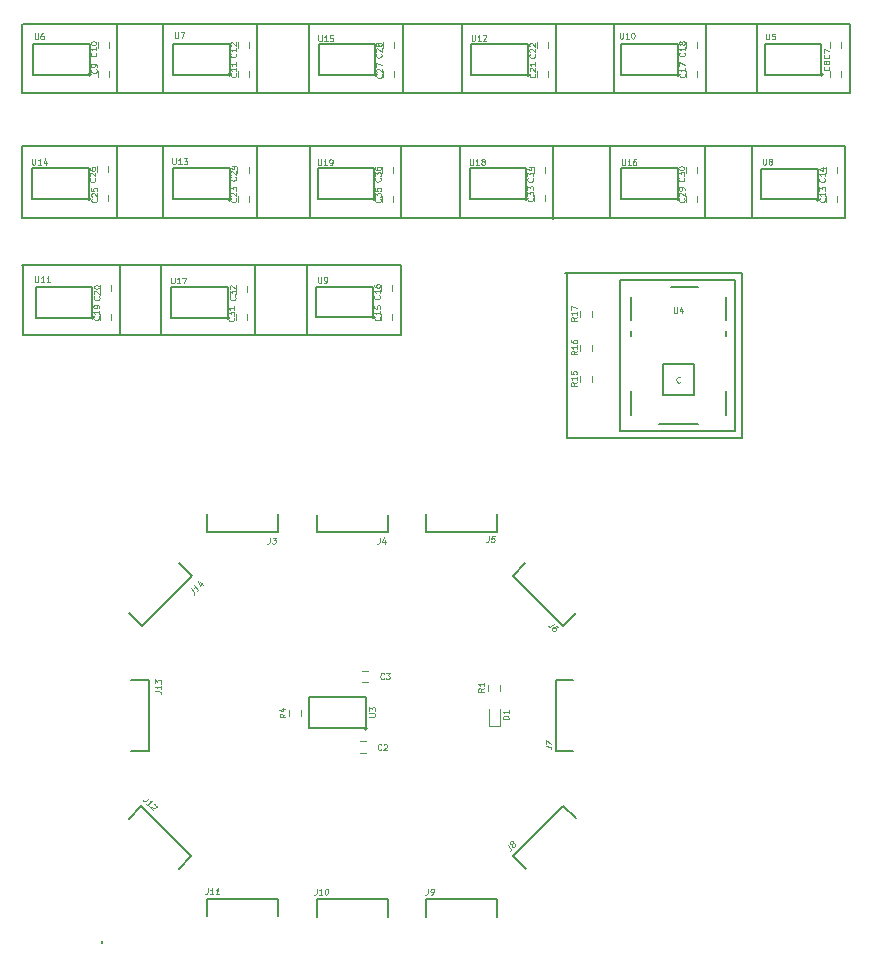
<source format=gto>
G04 #@! TF.FileFunction,Legend,Top*
%FSLAX46Y46*%
G04 Gerber Fmt 4.6, Leading zero omitted, Abs format (unit mm)*
G04 Created by KiCad (PCBNEW 4.0.7-e2-6376~58~ubuntu16.04.1) date Fri Aug  3 16:41:56 2018*
%MOMM*%
%LPD*%
G01*
G04 APERTURE LIST*
%ADD10C,0.100000*%
%ADD11C,0.200000*%
%ADD12C,0.150000*%
%ADD13C,0.120000*%
G04 APERTURE END LIST*
D10*
D11*
X156780000Y-83230000D02*
X156780000Y-69250000D01*
X171590000Y-83230000D02*
X156780000Y-83230000D01*
X171590000Y-69250000D02*
X171590000Y-83230000D01*
X156610000Y-69250000D02*
X171590000Y-69250000D01*
X134740000Y-74510000D02*
X134720000Y-74510000D01*
X134740000Y-68560000D02*
X134740000Y-74510000D01*
X130350000Y-74530000D02*
X130370000Y-74530000D01*
X130350000Y-68560000D02*
X130350000Y-74530000D01*
X122410000Y-74450000D02*
X122510000Y-74450000D01*
X122410000Y-68540000D02*
X122410000Y-74450000D01*
X118940000Y-68590000D02*
X118930000Y-68590000D01*
X118940000Y-74460000D02*
X118940000Y-68590000D01*
X110720000Y-74520000D02*
X110720000Y-68560000D01*
X142710000Y-74520000D02*
X110720000Y-74520000D01*
X142710000Y-68560000D02*
X142710000Y-74520000D01*
X110640000Y-68560000D02*
X142710000Y-68560000D01*
X172440000Y-58510000D02*
X172440000Y-64630000D01*
X168480000Y-64590000D02*
X168520000Y-64590000D01*
X168480000Y-58550000D02*
X168480000Y-64590000D01*
X160450000Y-64590000D02*
X160510000Y-64590000D01*
X160450000Y-58510000D02*
X160450000Y-64590000D01*
X155600000Y-58490000D02*
X155600000Y-64660000D01*
X147690000Y-64650000D02*
X147660000Y-64650000D01*
X147690000Y-58520000D02*
X147690000Y-64650000D01*
X142770000Y-64590000D02*
X142780000Y-64590000D01*
X142770000Y-58520000D02*
X142770000Y-64590000D01*
X134990000Y-58520000D02*
X135010000Y-58520000D01*
X134990000Y-64600000D02*
X134990000Y-58520000D01*
X130520000Y-64640000D02*
X130540000Y-64640000D01*
X130520000Y-58500000D02*
X130520000Y-64640000D01*
X122610000Y-64620000D02*
X122610000Y-58540000D01*
X118670000Y-58520000D02*
X118670000Y-64640000D01*
X110640000Y-64630000D02*
X110650000Y-64630000D01*
X110640000Y-58530000D02*
X110640000Y-64630000D01*
X180300000Y-58530000D02*
X110640000Y-58530000D01*
X180300000Y-64630000D02*
X180300000Y-58530000D01*
X110670000Y-64630000D02*
X180300000Y-64630000D01*
X172860000Y-48170000D02*
X172860000Y-54010000D01*
X168560000Y-54060000D02*
X168590000Y-54060000D01*
X168560000Y-48170000D02*
X168560000Y-54060000D01*
X160740000Y-54060000D02*
X160790000Y-54060000D01*
X160740000Y-48200000D02*
X160740000Y-54060000D01*
X155820000Y-48170000D02*
X155820000Y-54060000D01*
X147890000Y-48200000D02*
X147890000Y-54010000D01*
X142910000Y-54010000D02*
X142890000Y-54010000D01*
X142910000Y-48310000D02*
X142910000Y-54010000D01*
X134950000Y-48170000D02*
X134950000Y-54060000D01*
X130540000Y-54040000D02*
X130560000Y-54040000D01*
X130540000Y-48170000D02*
X130540000Y-54040000D01*
X122600000Y-48170000D02*
X122600000Y-54040000D01*
X118680000Y-48210000D02*
X118690000Y-48210000D01*
X118680000Y-54040000D02*
X118680000Y-48210000D01*
X110660000Y-48210000D02*
X110670000Y-48210000D01*
X110640000Y-48190000D02*
X110660000Y-48210000D01*
X110640000Y-54030000D02*
X110640000Y-48190000D01*
X180710000Y-54030000D02*
X110640000Y-54030000D01*
X180710000Y-48200000D02*
X180710000Y-54030000D01*
X110720000Y-48200000D02*
X180710000Y-48200000D01*
X117410000Y-125850000D02*
X117410000Y-125980000D01*
D12*
X126330000Y-89690000D02*
X126330000Y-91190000D01*
X126330000Y-91190000D02*
X132330000Y-91190000D01*
X132330000Y-91190000D02*
X132330000Y-89690000D01*
X135610000Y-89720000D02*
X135610000Y-91220000D01*
X135610000Y-91220000D02*
X141610000Y-91220000D01*
X141610000Y-91220000D02*
X141610000Y-89720000D01*
X144880000Y-89700000D02*
X144880000Y-91200000D01*
X144880000Y-91200000D02*
X150880000Y-91200000D01*
X150880000Y-91200000D02*
X150880000Y-89700000D01*
X150890000Y-123800000D02*
X150890000Y-122300000D01*
X150890000Y-122300000D02*
X144890000Y-122300000D01*
X144890000Y-122300000D02*
X144890000Y-123800000D01*
X132320000Y-123740000D02*
X132320000Y-122240000D01*
X132320000Y-122240000D02*
X126320000Y-122240000D01*
X126320000Y-122240000D02*
X126320000Y-123740000D01*
X139867475Y-107810000D02*
G75*
G03X139867475Y-107810000I-127475J0D01*
G01*
X138940000Y-107810000D02*
X134940000Y-107810000D01*
X134940000Y-107810000D02*
X134940000Y-105210000D01*
X134940000Y-105210000D02*
X139740000Y-105210000D01*
X139740000Y-105210000D02*
X139740000Y-107810000D01*
X139740000Y-107810000D02*
X138940000Y-107810000D01*
X153272944Y-93834416D02*
X152212284Y-94895076D01*
X152212284Y-94895076D02*
X156454924Y-99137716D01*
X156454924Y-99137716D02*
X157515584Y-98077056D01*
X157320000Y-103750000D02*
X155820000Y-103750000D01*
X155820000Y-103750000D02*
X155820000Y-109750000D01*
X155820000Y-109750000D02*
X157320000Y-109750000D01*
X119860000Y-109760000D02*
X121360000Y-109760000D01*
X121360000Y-109760000D02*
X121360000Y-103760000D01*
X121360000Y-103760000D02*
X119860000Y-103760000D01*
X141600000Y-123800000D02*
X141600000Y-122300000D01*
X141600000Y-122300000D02*
X135600000Y-122300000D01*
X135600000Y-122300000D02*
X135600000Y-123800000D01*
X123927056Y-119725584D02*
X124987716Y-118664924D01*
X124987716Y-118664924D02*
X120745076Y-114422284D01*
X120745076Y-114422284D02*
X119684416Y-115482944D01*
X157535584Y-115452944D02*
X156474924Y-114392284D01*
X156474924Y-114392284D02*
X152232284Y-118634924D01*
X152232284Y-118634924D02*
X153292944Y-119695584D01*
X119704416Y-98067056D02*
X120765076Y-99127716D01*
X120765076Y-99127716D02*
X125007716Y-94885076D01*
X125007716Y-94885076D02*
X123947056Y-93824416D01*
D13*
X139750000Y-108930000D02*
X139250000Y-108930000D01*
X139250000Y-109870000D02*
X139750000Y-109870000D01*
X139450000Y-103895000D02*
X139950000Y-103895000D01*
X139950000Y-102955000D02*
X139450000Y-102955000D01*
X150175000Y-107650000D02*
X151075000Y-107650000D01*
X151075000Y-107650000D02*
X151075000Y-106200000D01*
X150175000Y-107650000D02*
X150175000Y-106200000D01*
X151155000Y-104650000D02*
X151155000Y-104150000D01*
X150095000Y-104150000D02*
X150095000Y-104650000D01*
X133220000Y-106250000D02*
X133220000Y-106750000D01*
X134280000Y-106750000D02*
X134280000Y-106250000D01*
X158940000Y-78475000D02*
X158940000Y-77975000D01*
X157880000Y-77975000D02*
X157880000Y-78475000D01*
X158940000Y-75875000D02*
X158940000Y-75375000D01*
X157880000Y-75375000D02*
X157880000Y-75875000D01*
X158940000Y-72975000D02*
X158940000Y-72475000D01*
X157880000Y-72475000D02*
X157880000Y-72975000D01*
D12*
X166210000Y-82075000D02*
X164560000Y-82075000D01*
X166210000Y-82075000D02*
X167860000Y-82075000D01*
X166210000Y-70475000D02*
X167860000Y-70475000D01*
X166210000Y-70475000D02*
X165560000Y-70475000D01*
X170210000Y-79275000D02*
X170210000Y-79225000D01*
X170210000Y-79275000D02*
X170210000Y-81275000D01*
X162210000Y-79225000D02*
X162210000Y-81275000D01*
X170260000Y-74525000D02*
X170260000Y-74575000D01*
X170260000Y-74175000D02*
X170260000Y-74525000D01*
X170210000Y-73175000D02*
X170210000Y-73275000D01*
X170210000Y-71375000D02*
X170210000Y-71275000D01*
X162210000Y-71375000D02*
X162210000Y-71275000D01*
X162210000Y-73175000D02*
X162210000Y-73275000D01*
X162210000Y-74525000D02*
X162210000Y-74575000D01*
X162210000Y-74175000D02*
X162210000Y-74525000D01*
X170210000Y-71475000D02*
X170210000Y-71375000D01*
X162210000Y-71475000D02*
X162210000Y-71375000D01*
X166210000Y-76975000D02*
X167510000Y-76975000D01*
X167510000Y-76975000D02*
X167510000Y-79575000D01*
X167510000Y-79575000D02*
X164910000Y-79575000D01*
X164910000Y-79575000D02*
X164910000Y-76975000D01*
X164910000Y-76975000D02*
X166210000Y-76975000D01*
X162210000Y-73175000D02*
X162210000Y-71475000D01*
X170210000Y-71475000D02*
X170210000Y-73175000D01*
X161510000Y-69875000D02*
X171010000Y-69875000D01*
X171010000Y-69875000D02*
X171010000Y-82675000D01*
X171010000Y-82675000D02*
X161310000Y-82675000D01*
X161310000Y-82675000D02*
X161310000Y-70175000D01*
X161310000Y-70175000D02*
X161310000Y-69875000D01*
X161310000Y-69875000D02*
X161510000Y-69875000D01*
D13*
X179955000Y-50220000D02*
X179955000Y-49720000D01*
X179015000Y-49720000D02*
X179015000Y-50220000D01*
X179015000Y-52170000D02*
X179015000Y-52670000D01*
X179955000Y-52670000D02*
X179955000Y-52170000D01*
X117045000Y-52175000D02*
X117045000Y-52675000D01*
X117985000Y-52675000D02*
X117985000Y-52175000D01*
X117985000Y-50200000D02*
X117985000Y-49700000D01*
X117045000Y-49700000D02*
X117045000Y-50200000D01*
D12*
X178462475Y-52470000D02*
G75*
G03X178462475Y-52470000I-127475J0D01*
G01*
X177535000Y-52470000D02*
X173535000Y-52470000D01*
X173535000Y-52470000D02*
X173535000Y-49870000D01*
X173535000Y-49870000D02*
X178335000Y-49870000D01*
X178335000Y-49870000D02*
X178335000Y-52470000D01*
X178335000Y-52470000D02*
X177535000Y-52470000D01*
X116492475Y-52475000D02*
G75*
G03X116492475Y-52475000I-127475J0D01*
G01*
X115565000Y-52475000D02*
X111565000Y-52475000D01*
X111565000Y-52475000D02*
X111565000Y-49875000D01*
X111565000Y-49875000D02*
X116365000Y-49875000D01*
X116365000Y-49875000D02*
X116365000Y-52475000D01*
X116365000Y-52475000D02*
X115565000Y-52475000D01*
D13*
X128925000Y-52175000D02*
X128925000Y-52675000D01*
X129865000Y-52675000D02*
X129865000Y-52175000D01*
X129865000Y-50225000D02*
X129865000Y-49725000D01*
X128925000Y-49725000D02*
X128925000Y-50225000D01*
X178685000Y-62745000D02*
X178685000Y-63245000D01*
X179625000Y-63245000D02*
X179625000Y-62745000D01*
X179625000Y-60795000D02*
X179625000Y-60295000D01*
X178685000Y-60295000D02*
X178685000Y-60795000D01*
X141045000Y-72735000D02*
X141045000Y-73235000D01*
X141985000Y-73235000D02*
X141985000Y-72735000D01*
X141985000Y-70785000D02*
X141985000Y-70285000D01*
X141045000Y-70285000D02*
X141045000Y-70785000D01*
D12*
X128372475Y-52475000D02*
G75*
G03X128372475Y-52475000I-127475J0D01*
G01*
X127445000Y-52475000D02*
X123445000Y-52475000D01*
X123445000Y-52475000D02*
X123445000Y-49875000D01*
X123445000Y-49875000D02*
X128245000Y-49875000D01*
X128245000Y-49875000D02*
X128245000Y-52475000D01*
X128245000Y-52475000D02*
X127445000Y-52475000D01*
X178132475Y-63045000D02*
G75*
G03X178132475Y-63045000I-127475J0D01*
G01*
X177205000Y-63045000D02*
X173205000Y-63045000D01*
X173205000Y-63045000D02*
X173205000Y-60445000D01*
X173205000Y-60445000D02*
X178005000Y-60445000D01*
X178005000Y-60445000D02*
X178005000Y-63045000D01*
X178005000Y-63045000D02*
X177205000Y-63045000D01*
X140492475Y-73035000D02*
G75*
G03X140492475Y-73035000I-127475J0D01*
G01*
X139565000Y-73035000D02*
X135565000Y-73035000D01*
X135565000Y-73035000D02*
X135565000Y-70435000D01*
X135565000Y-70435000D02*
X140365000Y-70435000D01*
X140365000Y-70435000D02*
X140365000Y-73035000D01*
X140365000Y-73035000D02*
X139565000Y-73035000D01*
D13*
X166870000Y-52170000D02*
X166870000Y-52670000D01*
X167810000Y-52670000D02*
X167810000Y-52170000D01*
X167810000Y-50220000D02*
X167810000Y-49720000D01*
X166870000Y-49720000D02*
X166870000Y-50220000D01*
D12*
X166317475Y-52470000D02*
G75*
G03X166317475Y-52470000I-127475J0D01*
G01*
X165390000Y-52470000D02*
X161390000Y-52470000D01*
X161390000Y-52470000D02*
X161390000Y-49870000D01*
X161390000Y-49870000D02*
X166190000Y-49870000D01*
X166190000Y-49870000D02*
X166190000Y-52470000D01*
X166190000Y-52470000D02*
X165390000Y-52470000D01*
D13*
X117250000Y-72740000D02*
X117250000Y-73240000D01*
X118190000Y-73240000D02*
X118190000Y-72740000D01*
X118190000Y-70820000D02*
X118190000Y-70320000D01*
X117250000Y-70320000D02*
X117250000Y-70820000D01*
X154210000Y-52210000D02*
X154210000Y-52710000D01*
X155150000Y-52710000D02*
X155150000Y-52210000D01*
X155150000Y-50240000D02*
X155150000Y-49740000D01*
X154210000Y-49740000D02*
X154210000Y-50240000D01*
X128900000Y-62730000D02*
X128900000Y-63230000D01*
X129840000Y-63230000D02*
X129840000Y-62730000D01*
X129830000Y-60800000D02*
X129830000Y-60300000D01*
X128890000Y-60300000D02*
X128890000Y-60800000D01*
X116970000Y-62700000D02*
X116970000Y-63200000D01*
X117910000Y-63200000D02*
X117910000Y-62700000D01*
X117910000Y-60750000D02*
X117910000Y-60250000D01*
X116970000Y-60250000D02*
X116970000Y-60750000D01*
X141220000Y-52180000D02*
X141220000Y-52680000D01*
X142160000Y-52680000D02*
X142160000Y-52180000D01*
X142160000Y-50210000D02*
X142160000Y-49710000D01*
X141220000Y-49710000D02*
X141220000Y-50210000D01*
X166850000Y-62730000D02*
X166850000Y-63230000D01*
X167790000Y-63230000D02*
X167790000Y-62730000D01*
X167790000Y-60780000D02*
X167790000Y-60280000D01*
X166850000Y-60280000D02*
X166850000Y-60780000D01*
X128770000Y-72780000D02*
X128770000Y-73280000D01*
X129710000Y-73280000D02*
X129710000Y-72780000D01*
X129710000Y-70840000D02*
X129710000Y-70340000D01*
X128770000Y-70340000D02*
X128770000Y-70840000D01*
X154010000Y-62700000D02*
X154010000Y-63200000D01*
X154950000Y-63200000D02*
X154950000Y-62700000D01*
X154950000Y-60780000D02*
X154950000Y-60280000D01*
X154010000Y-60280000D02*
X154010000Y-60780000D01*
X141140000Y-62750000D02*
X141140000Y-63250000D01*
X142080000Y-63250000D02*
X142080000Y-62750000D01*
X142090000Y-60800000D02*
X142090000Y-60300000D01*
X141150000Y-60300000D02*
X141150000Y-60800000D01*
D12*
X116717475Y-73045000D02*
G75*
G03X116717475Y-73045000I-127475J0D01*
G01*
X115790000Y-73045000D02*
X111790000Y-73045000D01*
X111790000Y-73045000D02*
X111790000Y-70445000D01*
X111790000Y-70445000D02*
X116590000Y-70445000D01*
X116590000Y-70445000D02*
X116590000Y-73045000D01*
X116590000Y-73045000D02*
X115790000Y-73045000D01*
X153627475Y-52480000D02*
G75*
G03X153627475Y-52480000I-127475J0D01*
G01*
X152700000Y-52480000D02*
X148700000Y-52480000D01*
X148700000Y-52480000D02*
X148700000Y-49880000D01*
X148700000Y-49880000D02*
X153500000Y-49880000D01*
X153500000Y-49880000D02*
X153500000Y-52480000D01*
X153500000Y-52480000D02*
X152700000Y-52480000D01*
X128347475Y-63020000D02*
G75*
G03X128347475Y-63020000I-127475J0D01*
G01*
X127420000Y-63020000D02*
X123420000Y-63020000D01*
X123420000Y-63020000D02*
X123420000Y-60420000D01*
X123420000Y-60420000D02*
X128220000Y-60420000D01*
X128220000Y-60420000D02*
X128220000Y-63020000D01*
X128220000Y-63020000D02*
X127420000Y-63020000D01*
X116437475Y-62995000D02*
G75*
G03X116437475Y-62995000I-127475J0D01*
G01*
X115510000Y-62995000D02*
X111510000Y-62995000D01*
X111510000Y-62995000D02*
X111510000Y-60395000D01*
X111510000Y-60395000D02*
X116310000Y-60395000D01*
X116310000Y-60395000D02*
X116310000Y-62995000D01*
X116310000Y-62995000D02*
X115510000Y-62995000D01*
X140687475Y-52490000D02*
G75*
G03X140687475Y-52490000I-127475J0D01*
G01*
X139760000Y-52490000D02*
X135760000Y-52490000D01*
X135760000Y-52490000D02*
X135760000Y-49890000D01*
X135760000Y-49890000D02*
X140560000Y-49890000D01*
X140560000Y-49890000D02*
X140560000Y-52490000D01*
X140560000Y-52490000D02*
X139760000Y-52490000D01*
X166307475Y-63010000D02*
G75*
G03X166307475Y-63010000I-127475J0D01*
G01*
X165380000Y-63010000D02*
X161380000Y-63010000D01*
X161380000Y-63010000D02*
X161380000Y-60410000D01*
X161380000Y-60410000D02*
X166180000Y-60410000D01*
X166180000Y-60410000D02*
X166180000Y-63010000D01*
X166180000Y-63010000D02*
X165380000Y-63010000D01*
X128187475Y-73090000D02*
G75*
G03X128187475Y-73090000I-127475J0D01*
G01*
X127260000Y-73090000D02*
X123260000Y-73090000D01*
X123260000Y-73090000D02*
X123260000Y-70490000D01*
X123260000Y-70490000D02*
X128060000Y-70490000D01*
X128060000Y-70490000D02*
X128060000Y-73090000D01*
X128060000Y-73090000D02*
X127260000Y-73090000D01*
X153467475Y-63010000D02*
G75*
G03X153467475Y-63010000I-127475J0D01*
G01*
X152540000Y-63010000D02*
X148540000Y-63010000D01*
X148540000Y-63010000D02*
X148540000Y-60410000D01*
X148540000Y-60410000D02*
X153340000Y-60410000D01*
X153340000Y-60410000D02*
X153340000Y-63010000D01*
X153340000Y-63010000D02*
X152540000Y-63010000D01*
X140597475Y-63020000D02*
G75*
G03X140597475Y-63020000I-127475J0D01*
G01*
X139670000Y-63020000D02*
X135670000Y-63020000D01*
X135670000Y-63020000D02*
X135670000Y-60420000D01*
X135670000Y-60420000D02*
X140470000Y-60420000D01*
X140470000Y-60420000D02*
X140470000Y-63020000D01*
X140470000Y-63020000D02*
X139670000Y-63020000D01*
D10*
X131667560Y-91676190D02*
X131622917Y-92033333D01*
X131590179Y-92104762D01*
X131536607Y-92152381D01*
X131462203Y-92176190D01*
X131414584Y-92176190D01*
X131858036Y-91676190D02*
X132167559Y-91676190D01*
X131977084Y-91866667D01*
X132048512Y-91866667D01*
X132093155Y-91890476D01*
X132113988Y-91914286D01*
X132131845Y-91961905D01*
X132116964Y-92080952D01*
X132087203Y-92128571D01*
X132060416Y-92152381D01*
X132009821Y-92176190D01*
X131866964Y-92176190D01*
X131822321Y-92152381D01*
X131801489Y-92128571D01*
X140967560Y-91676190D02*
X140922917Y-92033333D01*
X140890179Y-92104762D01*
X140836607Y-92152381D01*
X140762203Y-92176190D01*
X140714584Y-92176190D01*
X141399107Y-91842857D02*
X141357440Y-92176190D01*
X141303869Y-91652381D02*
X141140179Y-92009524D01*
X141449703Y-92009524D01*
X150192560Y-91551190D02*
X150147917Y-91908333D01*
X150115179Y-91979762D01*
X150061607Y-92027381D01*
X149987203Y-92051190D01*
X149939584Y-92051190D01*
X150668750Y-91551190D02*
X150430655Y-91551190D01*
X150377083Y-91789286D01*
X150403870Y-91765476D01*
X150454465Y-91741667D01*
X150573512Y-91741667D01*
X150618155Y-91765476D01*
X150638988Y-91789286D01*
X150656845Y-91836905D01*
X150641964Y-91955952D01*
X150612203Y-92003571D01*
X150585416Y-92027381D01*
X150534821Y-92051190D01*
X150415774Y-92051190D01*
X150371131Y-92027381D01*
X150350298Y-92003571D01*
X145042560Y-121401190D02*
X144997917Y-121758333D01*
X144965179Y-121829762D01*
X144911607Y-121877381D01*
X144837203Y-121901190D01*
X144789584Y-121901190D01*
X145241964Y-121901190D02*
X145337202Y-121901190D01*
X145387797Y-121877381D01*
X145414584Y-121853571D01*
X145471131Y-121782143D01*
X145506845Y-121686905D01*
X145530654Y-121496429D01*
X145512798Y-121448810D01*
X145491964Y-121425000D01*
X145447321Y-121401190D01*
X145352083Y-121401190D01*
X145301488Y-121425000D01*
X145274703Y-121448810D01*
X145244940Y-121496429D01*
X145230060Y-121615476D01*
X145247917Y-121663095D01*
X145268750Y-121686905D01*
X145313393Y-121710714D01*
X145408631Y-121710714D01*
X145459226Y-121686905D01*
X145486012Y-121663095D01*
X145515774Y-121615476D01*
X126404465Y-121351190D02*
X126359822Y-121708333D01*
X126327084Y-121779762D01*
X126273512Y-121827381D01*
X126199108Y-121851190D01*
X126151489Y-121851190D01*
X126841964Y-121851190D02*
X126556250Y-121851190D01*
X126699107Y-121851190D02*
X126761607Y-121351190D01*
X126705060Y-121422619D01*
X126651488Y-121470238D01*
X126600893Y-121494048D01*
X127318154Y-121851190D02*
X127032440Y-121851190D01*
X127175297Y-121851190D02*
X127237797Y-121351190D01*
X127181250Y-121422619D01*
X127127678Y-121470238D01*
X127077083Y-121494048D01*
X140051190Y-106830952D02*
X140455952Y-106830952D01*
X140503571Y-106807143D01*
X140527381Y-106783333D01*
X140551190Y-106735714D01*
X140551190Y-106640476D01*
X140527381Y-106592857D01*
X140503571Y-106569048D01*
X140455952Y-106545238D01*
X140051190Y-106545238D01*
X140051190Y-106354761D02*
X140051190Y-106045238D01*
X140241667Y-106211904D01*
X140241667Y-106140476D01*
X140265476Y-106092857D01*
X140289286Y-106069047D01*
X140336905Y-106045238D01*
X140455952Y-106045238D01*
X140503571Y-106069047D01*
X140527381Y-106092857D01*
X140551190Y-106140476D01*
X140551190Y-106283333D01*
X140527381Y-106330952D01*
X140503571Y-106354761D01*
X155724963Y-98962738D02*
X155440857Y-99183709D01*
X155367200Y-99211067D01*
X155295647Y-99206858D01*
X155226200Y-99171082D01*
X155192528Y-99137410D01*
X156044844Y-99282619D02*
X155977500Y-99215275D01*
X155924888Y-99196336D01*
X155889112Y-99194232D01*
X155798619Y-99204754D01*
X155706022Y-99246843D01*
X155554499Y-99364694D01*
X155533455Y-99410993D01*
X155531349Y-99442560D01*
X155546081Y-99490963D01*
X155613424Y-99558306D01*
X155666036Y-99577247D01*
X155701813Y-99579352D01*
X155756529Y-99566724D01*
X155851231Y-99493068D01*
X155872276Y-99446769D01*
X155874381Y-99415202D01*
X155859649Y-99366799D01*
X155792305Y-99299456D01*
X155739694Y-99280515D01*
X155703917Y-99278411D01*
X155649200Y-99291038D01*
X154976190Y-109357440D02*
X155333333Y-109402083D01*
X155404762Y-109434821D01*
X155452381Y-109488393D01*
X155476190Y-109562797D01*
X155476190Y-109610416D01*
X154976190Y-109166964D02*
X154976190Y-108833631D01*
X155476190Y-109110417D01*
X121926190Y-104645535D02*
X122283333Y-104690178D01*
X122354762Y-104722916D01*
X122402381Y-104776488D01*
X122426190Y-104850892D01*
X122426190Y-104898511D01*
X122426190Y-104208036D02*
X122426190Y-104493750D01*
X122426190Y-104350893D02*
X121926190Y-104288393D01*
X121997619Y-104344940D01*
X122045238Y-104398512D01*
X122069048Y-104449107D01*
X121926190Y-103978869D02*
X121926190Y-103669346D01*
X122116667Y-103859821D01*
X122116667Y-103788393D01*
X122140476Y-103743750D01*
X122164286Y-103722917D01*
X122211905Y-103705060D01*
X122330952Y-103719941D01*
X122378571Y-103749702D01*
X122402381Y-103776489D01*
X122426190Y-103827084D01*
X122426190Y-103969941D01*
X122402381Y-104014584D01*
X122378571Y-104035416D01*
X135629465Y-121401190D02*
X135584822Y-121758333D01*
X135552084Y-121829762D01*
X135498512Y-121877381D01*
X135424108Y-121901190D01*
X135376489Y-121901190D01*
X136066964Y-121901190D02*
X135781250Y-121901190D01*
X135924107Y-121901190D02*
X135986607Y-121401190D01*
X135930060Y-121472619D01*
X135876488Y-121520238D01*
X135825893Y-121544048D01*
X136438988Y-121401190D02*
X136486607Y-121401190D01*
X136531250Y-121425000D01*
X136552083Y-121448810D01*
X136569940Y-121496429D01*
X136581845Y-121591667D01*
X136566964Y-121710714D01*
X136531250Y-121805952D01*
X136501488Y-121853571D01*
X136474702Y-121877381D01*
X136424107Y-121901190D01*
X136376488Y-121901190D01*
X136331845Y-121877381D01*
X136311012Y-121853571D01*
X136293155Y-121805952D01*
X136281250Y-121710714D01*
X136296131Y-121591667D01*
X136331845Y-121496429D01*
X136361607Y-121448810D01*
X136388393Y-121425000D01*
X136438988Y-121401190D01*
X121406605Y-113744379D02*
X121122499Y-113965350D01*
X121048842Y-113992709D01*
X120977289Y-113988499D01*
X120907842Y-113952723D01*
X120874171Y-113919052D01*
X121362410Y-114407291D02*
X121160380Y-114205261D01*
X121261395Y-114306276D02*
X121659143Y-113996917D01*
X121568650Y-114007440D01*
X121497097Y-114003231D01*
X121444485Y-113984291D01*
X121856964Y-114262083D02*
X121892740Y-114264187D01*
X121945353Y-114283127D01*
X122029532Y-114367306D01*
X122044263Y-114415709D01*
X122042158Y-114447277D01*
X122021113Y-114493575D01*
X121983232Y-114523038D01*
X121909577Y-114550397D01*
X121480262Y-114525143D01*
X121699127Y-114744008D01*
X151762738Y-117675036D02*
X151983709Y-117959142D01*
X152011067Y-118032799D01*
X152006858Y-118104352D01*
X151971082Y-118173799D01*
X151937410Y-118207471D01*
X152114187Y-117626633D02*
X152065784Y-117641365D01*
X152034217Y-117639260D01*
X151987917Y-117618216D01*
X151973186Y-117599276D01*
X151960560Y-117544559D01*
X151962664Y-117508783D01*
X151981604Y-117456171D01*
X152048947Y-117388827D01*
X152097351Y-117374096D01*
X152128919Y-117376200D01*
X152175217Y-117397246D01*
X152189948Y-117416186D01*
X152202575Y-117470902D01*
X152200471Y-117506678D01*
X152181530Y-117559290D01*
X152114187Y-117626633D01*
X152095246Y-117679246D01*
X152093142Y-117715022D01*
X152105769Y-117769738D01*
X152164694Y-117845500D01*
X152210993Y-117866544D01*
X152242560Y-117868650D01*
X152290963Y-117853918D01*
X152358306Y-117786575D01*
X152377247Y-117733963D01*
X152379352Y-117698186D01*
X152366724Y-117643470D01*
X152307799Y-117567708D01*
X152261501Y-117546663D01*
X152229933Y-117544560D01*
X152181530Y-117559290D01*
X124994379Y-95968395D02*
X125215350Y-96252501D01*
X125242709Y-96326158D01*
X125238499Y-96397711D01*
X125202723Y-96467158D01*
X125169052Y-96500829D01*
X125657291Y-96012590D02*
X125455261Y-96214620D01*
X125556276Y-96113605D02*
X125246917Y-95715857D01*
X125257440Y-95806350D01*
X125253231Y-95877903D01*
X125234291Y-95930515D01*
X125754098Y-95444379D02*
X125960337Y-95709544D01*
X125552067Y-95377036D02*
X125688859Y-95745320D01*
X125907726Y-95526454D01*
X141066667Y-109603571D02*
X141042857Y-109627381D01*
X140971429Y-109651190D01*
X140923810Y-109651190D01*
X140852381Y-109627381D01*
X140804762Y-109579762D01*
X140780953Y-109532143D01*
X140757143Y-109436905D01*
X140757143Y-109365476D01*
X140780953Y-109270238D01*
X140804762Y-109222619D01*
X140852381Y-109175000D01*
X140923810Y-109151190D01*
X140971429Y-109151190D01*
X141042857Y-109175000D01*
X141066667Y-109198810D01*
X141257143Y-109198810D02*
X141280953Y-109175000D01*
X141328572Y-109151190D01*
X141447619Y-109151190D01*
X141495238Y-109175000D01*
X141519048Y-109198810D01*
X141542857Y-109246429D01*
X141542857Y-109294048D01*
X141519048Y-109365476D01*
X141233334Y-109651190D01*
X141542857Y-109651190D01*
X141291667Y-103603571D02*
X141267857Y-103627381D01*
X141196429Y-103651190D01*
X141148810Y-103651190D01*
X141077381Y-103627381D01*
X141029762Y-103579762D01*
X141005953Y-103532143D01*
X140982143Y-103436905D01*
X140982143Y-103365476D01*
X141005953Y-103270238D01*
X141029762Y-103222619D01*
X141077381Y-103175000D01*
X141148810Y-103151190D01*
X141196429Y-103151190D01*
X141267857Y-103175000D01*
X141291667Y-103198810D01*
X141458334Y-103151190D02*
X141767857Y-103151190D01*
X141601191Y-103341667D01*
X141672619Y-103341667D01*
X141720238Y-103365476D01*
X141744048Y-103389286D01*
X141767857Y-103436905D01*
X141767857Y-103555952D01*
X141744048Y-103603571D01*
X141720238Y-103627381D01*
X141672619Y-103651190D01*
X141529762Y-103651190D01*
X141482143Y-103627381D01*
X141458334Y-103603571D01*
X151851190Y-107044047D02*
X151351190Y-107044047D01*
X151351190Y-106925000D01*
X151375000Y-106853571D01*
X151422619Y-106805952D01*
X151470238Y-106782143D01*
X151565476Y-106758333D01*
X151636905Y-106758333D01*
X151732143Y-106782143D01*
X151779762Y-106805952D01*
X151827381Y-106853571D01*
X151851190Y-106925000D01*
X151851190Y-107044047D01*
X151851190Y-106282143D02*
X151851190Y-106567857D01*
X151851190Y-106425000D02*
X151351190Y-106425000D01*
X151422619Y-106472619D01*
X151470238Y-106520238D01*
X151494048Y-106567857D01*
X149776190Y-104433333D02*
X149538095Y-104600000D01*
X149776190Y-104719047D02*
X149276190Y-104719047D01*
X149276190Y-104528571D01*
X149300000Y-104480952D01*
X149323810Y-104457143D01*
X149371429Y-104433333D01*
X149442857Y-104433333D01*
X149490476Y-104457143D01*
X149514286Y-104480952D01*
X149538095Y-104528571D01*
X149538095Y-104719047D01*
X149776190Y-103957143D02*
X149776190Y-104242857D01*
X149776190Y-104100000D02*
X149276190Y-104100000D01*
X149347619Y-104147619D01*
X149395238Y-104195238D01*
X149419048Y-104242857D01*
X132951190Y-106583333D02*
X132713095Y-106750000D01*
X132951190Y-106869047D02*
X132451190Y-106869047D01*
X132451190Y-106678571D01*
X132475000Y-106630952D01*
X132498810Y-106607143D01*
X132546429Y-106583333D01*
X132617857Y-106583333D01*
X132665476Y-106607143D01*
X132689286Y-106630952D01*
X132713095Y-106678571D01*
X132713095Y-106869047D01*
X132617857Y-106154762D02*
X132951190Y-106154762D01*
X132427381Y-106273809D02*
X132784524Y-106392857D01*
X132784524Y-106083333D01*
X157611190Y-78521428D02*
X157373095Y-78688095D01*
X157611190Y-78807142D02*
X157111190Y-78807142D01*
X157111190Y-78616666D01*
X157135000Y-78569047D01*
X157158810Y-78545238D01*
X157206429Y-78521428D01*
X157277857Y-78521428D01*
X157325476Y-78545238D01*
X157349286Y-78569047D01*
X157373095Y-78616666D01*
X157373095Y-78807142D01*
X157611190Y-78045238D02*
X157611190Y-78330952D01*
X157611190Y-78188095D02*
X157111190Y-78188095D01*
X157182619Y-78235714D01*
X157230238Y-78283333D01*
X157254048Y-78330952D01*
X157111190Y-77592857D02*
X157111190Y-77830952D01*
X157349286Y-77854762D01*
X157325476Y-77830952D01*
X157301667Y-77783333D01*
X157301667Y-77664286D01*
X157325476Y-77616667D01*
X157349286Y-77592857D01*
X157396905Y-77569048D01*
X157515952Y-77569048D01*
X157563571Y-77592857D01*
X157587381Y-77616667D01*
X157611190Y-77664286D01*
X157611190Y-77783333D01*
X157587381Y-77830952D01*
X157563571Y-77854762D01*
X157636190Y-75871428D02*
X157398095Y-76038095D01*
X157636190Y-76157142D02*
X157136190Y-76157142D01*
X157136190Y-75966666D01*
X157160000Y-75919047D01*
X157183810Y-75895238D01*
X157231429Y-75871428D01*
X157302857Y-75871428D01*
X157350476Y-75895238D01*
X157374286Y-75919047D01*
X157398095Y-75966666D01*
X157398095Y-76157142D01*
X157636190Y-75395238D02*
X157636190Y-75680952D01*
X157636190Y-75538095D02*
X157136190Y-75538095D01*
X157207619Y-75585714D01*
X157255238Y-75633333D01*
X157279048Y-75680952D01*
X157136190Y-74966667D02*
X157136190Y-75061905D01*
X157160000Y-75109524D01*
X157183810Y-75133333D01*
X157255238Y-75180952D01*
X157350476Y-75204762D01*
X157540952Y-75204762D01*
X157588571Y-75180952D01*
X157612381Y-75157143D01*
X157636190Y-75109524D01*
X157636190Y-75014286D01*
X157612381Y-74966667D01*
X157588571Y-74942857D01*
X157540952Y-74919048D01*
X157421905Y-74919048D01*
X157374286Y-74942857D01*
X157350476Y-74966667D01*
X157326667Y-75014286D01*
X157326667Y-75109524D01*
X157350476Y-75157143D01*
X157374286Y-75180952D01*
X157421905Y-75204762D01*
X157611190Y-73021428D02*
X157373095Y-73188095D01*
X157611190Y-73307142D02*
X157111190Y-73307142D01*
X157111190Y-73116666D01*
X157135000Y-73069047D01*
X157158810Y-73045238D01*
X157206429Y-73021428D01*
X157277857Y-73021428D01*
X157325476Y-73045238D01*
X157349286Y-73069047D01*
X157373095Y-73116666D01*
X157373095Y-73307142D01*
X157611190Y-72545238D02*
X157611190Y-72830952D01*
X157611190Y-72688095D02*
X157111190Y-72688095D01*
X157182619Y-72735714D01*
X157230238Y-72783333D01*
X157254048Y-72830952D01*
X157111190Y-72378571D02*
X157111190Y-72045238D01*
X157611190Y-72259524D01*
X165829048Y-72151190D02*
X165829048Y-72555952D01*
X165852857Y-72603571D01*
X165876667Y-72627381D01*
X165924286Y-72651190D01*
X166019524Y-72651190D01*
X166067143Y-72627381D01*
X166090952Y-72603571D01*
X166114762Y-72555952D01*
X166114762Y-72151190D01*
X166567143Y-72317857D02*
X166567143Y-72651190D01*
X166448096Y-72127381D02*
X166329048Y-72484524D01*
X166638572Y-72484524D01*
X166364762Y-78503571D02*
X166340952Y-78527381D01*
X166269524Y-78551190D01*
X166221905Y-78551190D01*
X166150476Y-78527381D01*
X166102857Y-78479762D01*
X166079048Y-78432143D01*
X166055238Y-78336905D01*
X166055238Y-78265476D01*
X166079048Y-78170238D01*
X166102857Y-78122619D01*
X166150476Y-78075000D01*
X166221905Y-78051190D01*
X166269524Y-78051190D01*
X166340952Y-78075000D01*
X166364762Y-78098810D01*
X178963571Y-50778333D02*
X178987381Y-50802143D01*
X179011190Y-50873571D01*
X179011190Y-50921190D01*
X178987381Y-50992619D01*
X178939762Y-51040238D01*
X178892143Y-51064047D01*
X178796905Y-51087857D01*
X178725476Y-51087857D01*
X178630238Y-51064047D01*
X178582619Y-51040238D01*
X178535000Y-50992619D01*
X178511190Y-50921190D01*
X178511190Y-50873571D01*
X178535000Y-50802143D01*
X178558810Y-50778333D01*
X178511190Y-50611666D02*
X178511190Y-50278333D01*
X179011190Y-50492619D01*
X178963571Y-51803333D02*
X178987381Y-51827143D01*
X179011190Y-51898571D01*
X179011190Y-51946190D01*
X178987381Y-52017619D01*
X178939762Y-52065238D01*
X178892143Y-52089047D01*
X178796905Y-52112857D01*
X178725476Y-52112857D01*
X178630238Y-52089047D01*
X178582619Y-52065238D01*
X178535000Y-52017619D01*
X178511190Y-51946190D01*
X178511190Y-51898571D01*
X178535000Y-51827143D01*
X178558810Y-51803333D01*
X178725476Y-51517619D02*
X178701667Y-51565238D01*
X178677857Y-51589047D01*
X178630238Y-51612857D01*
X178606429Y-51612857D01*
X178558810Y-51589047D01*
X178535000Y-51565238D01*
X178511190Y-51517619D01*
X178511190Y-51422381D01*
X178535000Y-51374762D01*
X178558810Y-51350952D01*
X178606429Y-51327143D01*
X178630238Y-51327143D01*
X178677857Y-51350952D01*
X178701667Y-51374762D01*
X178725476Y-51422381D01*
X178725476Y-51517619D01*
X178749286Y-51565238D01*
X178773095Y-51589047D01*
X178820714Y-51612857D01*
X178915952Y-51612857D01*
X178963571Y-51589047D01*
X178987381Y-51565238D01*
X179011190Y-51517619D01*
X179011190Y-51422381D01*
X178987381Y-51374762D01*
X178963571Y-51350952D01*
X178915952Y-51327143D01*
X178820714Y-51327143D01*
X178773095Y-51350952D01*
X178749286Y-51374762D01*
X178725476Y-51422381D01*
X116948571Y-52033333D02*
X116972381Y-52057143D01*
X116996190Y-52128571D01*
X116996190Y-52176190D01*
X116972381Y-52247619D01*
X116924762Y-52295238D01*
X116877143Y-52319047D01*
X116781905Y-52342857D01*
X116710476Y-52342857D01*
X116615238Y-52319047D01*
X116567619Y-52295238D01*
X116520000Y-52247619D01*
X116496190Y-52176190D01*
X116496190Y-52128571D01*
X116520000Y-52057143D01*
X116543810Y-52033333D01*
X116996190Y-51795238D02*
X116996190Y-51700000D01*
X116972381Y-51652381D01*
X116948571Y-51628571D01*
X116877143Y-51580952D01*
X116781905Y-51557143D01*
X116591429Y-51557143D01*
X116543810Y-51580952D01*
X116520000Y-51604762D01*
X116496190Y-51652381D01*
X116496190Y-51747619D01*
X116520000Y-51795238D01*
X116543810Y-51819047D01*
X116591429Y-51842857D01*
X116710476Y-51842857D01*
X116758095Y-51819047D01*
X116781905Y-51795238D01*
X116805714Y-51747619D01*
X116805714Y-51652381D01*
X116781905Y-51604762D01*
X116758095Y-51580952D01*
X116710476Y-51557143D01*
X116898571Y-50621428D02*
X116922381Y-50645238D01*
X116946190Y-50716666D01*
X116946190Y-50764285D01*
X116922381Y-50835714D01*
X116874762Y-50883333D01*
X116827143Y-50907142D01*
X116731905Y-50930952D01*
X116660476Y-50930952D01*
X116565238Y-50907142D01*
X116517619Y-50883333D01*
X116470000Y-50835714D01*
X116446190Y-50764285D01*
X116446190Y-50716666D01*
X116470000Y-50645238D01*
X116493810Y-50621428D01*
X116946190Y-50145238D02*
X116946190Y-50430952D01*
X116946190Y-50288095D02*
X116446190Y-50288095D01*
X116517619Y-50335714D01*
X116565238Y-50383333D01*
X116589048Y-50430952D01*
X116446190Y-49835714D02*
X116446190Y-49788095D01*
X116470000Y-49740476D01*
X116493810Y-49716667D01*
X116541429Y-49692857D01*
X116636667Y-49669048D01*
X116755714Y-49669048D01*
X116850952Y-49692857D01*
X116898571Y-49716667D01*
X116922381Y-49740476D01*
X116946190Y-49788095D01*
X116946190Y-49835714D01*
X116922381Y-49883333D01*
X116898571Y-49907143D01*
X116850952Y-49930952D01*
X116755714Y-49954762D01*
X116636667Y-49954762D01*
X116541429Y-49930952D01*
X116493810Y-49907143D01*
X116470000Y-49883333D01*
X116446190Y-49835714D01*
X173604048Y-48996190D02*
X173604048Y-49400952D01*
X173627857Y-49448571D01*
X173651667Y-49472381D01*
X173699286Y-49496190D01*
X173794524Y-49496190D01*
X173842143Y-49472381D01*
X173865952Y-49448571D01*
X173889762Y-49400952D01*
X173889762Y-48996190D01*
X174365953Y-48996190D02*
X174127858Y-48996190D01*
X174104048Y-49234286D01*
X174127858Y-49210476D01*
X174175477Y-49186667D01*
X174294524Y-49186667D01*
X174342143Y-49210476D01*
X174365953Y-49234286D01*
X174389762Y-49281905D01*
X174389762Y-49400952D01*
X174365953Y-49448571D01*
X174342143Y-49472381D01*
X174294524Y-49496190D01*
X174175477Y-49496190D01*
X174127858Y-49472381D01*
X174104048Y-49448571D01*
X111709048Y-48976190D02*
X111709048Y-49380952D01*
X111732857Y-49428571D01*
X111756667Y-49452381D01*
X111804286Y-49476190D01*
X111899524Y-49476190D01*
X111947143Y-49452381D01*
X111970952Y-49428571D01*
X111994762Y-49380952D01*
X111994762Y-48976190D01*
X112447143Y-48976190D02*
X112351905Y-48976190D01*
X112304286Y-49000000D01*
X112280477Y-49023810D01*
X112232858Y-49095238D01*
X112209048Y-49190476D01*
X112209048Y-49380952D01*
X112232858Y-49428571D01*
X112256667Y-49452381D01*
X112304286Y-49476190D01*
X112399524Y-49476190D01*
X112447143Y-49452381D01*
X112470953Y-49428571D01*
X112494762Y-49380952D01*
X112494762Y-49261905D01*
X112470953Y-49214286D01*
X112447143Y-49190476D01*
X112399524Y-49166667D01*
X112304286Y-49166667D01*
X112256667Y-49190476D01*
X112232858Y-49214286D01*
X112209048Y-49261905D01*
X128758571Y-52371428D02*
X128782381Y-52395238D01*
X128806190Y-52466666D01*
X128806190Y-52514285D01*
X128782381Y-52585714D01*
X128734762Y-52633333D01*
X128687143Y-52657142D01*
X128591905Y-52680952D01*
X128520476Y-52680952D01*
X128425238Y-52657142D01*
X128377619Y-52633333D01*
X128330000Y-52585714D01*
X128306190Y-52514285D01*
X128306190Y-52466666D01*
X128330000Y-52395238D01*
X128353810Y-52371428D01*
X128806190Y-51895238D02*
X128806190Y-52180952D01*
X128806190Y-52038095D02*
X128306190Y-52038095D01*
X128377619Y-52085714D01*
X128425238Y-52133333D01*
X128449048Y-52180952D01*
X128806190Y-51419048D02*
X128806190Y-51704762D01*
X128806190Y-51561905D02*
X128306190Y-51561905D01*
X128377619Y-51609524D01*
X128425238Y-51657143D01*
X128449048Y-51704762D01*
X128738571Y-50691428D02*
X128762381Y-50715238D01*
X128786190Y-50786666D01*
X128786190Y-50834285D01*
X128762381Y-50905714D01*
X128714762Y-50953333D01*
X128667143Y-50977142D01*
X128571905Y-51000952D01*
X128500476Y-51000952D01*
X128405238Y-50977142D01*
X128357619Y-50953333D01*
X128310000Y-50905714D01*
X128286190Y-50834285D01*
X128286190Y-50786666D01*
X128310000Y-50715238D01*
X128333810Y-50691428D01*
X128786190Y-50215238D02*
X128786190Y-50500952D01*
X128786190Y-50358095D02*
X128286190Y-50358095D01*
X128357619Y-50405714D01*
X128405238Y-50453333D01*
X128429048Y-50500952D01*
X128333810Y-50024762D02*
X128310000Y-50000952D01*
X128286190Y-49953333D01*
X128286190Y-49834286D01*
X128310000Y-49786667D01*
X128333810Y-49762857D01*
X128381429Y-49739048D01*
X128429048Y-49739048D01*
X128500476Y-49762857D01*
X128786190Y-50048571D01*
X128786190Y-49739048D01*
X178608571Y-62951428D02*
X178632381Y-62975238D01*
X178656190Y-63046666D01*
X178656190Y-63094285D01*
X178632381Y-63165714D01*
X178584762Y-63213333D01*
X178537143Y-63237142D01*
X178441905Y-63260952D01*
X178370476Y-63260952D01*
X178275238Y-63237142D01*
X178227619Y-63213333D01*
X178180000Y-63165714D01*
X178156190Y-63094285D01*
X178156190Y-63046666D01*
X178180000Y-62975238D01*
X178203810Y-62951428D01*
X178656190Y-62475238D02*
X178656190Y-62760952D01*
X178656190Y-62618095D02*
X178156190Y-62618095D01*
X178227619Y-62665714D01*
X178275238Y-62713333D01*
X178299048Y-62760952D01*
X178156190Y-62308571D02*
X178156190Y-61999048D01*
X178346667Y-62165714D01*
X178346667Y-62094286D01*
X178370476Y-62046667D01*
X178394286Y-62022857D01*
X178441905Y-61999048D01*
X178560952Y-61999048D01*
X178608571Y-62022857D01*
X178632381Y-62046667D01*
X178656190Y-62094286D01*
X178656190Y-62237143D01*
X178632381Y-62284762D01*
X178608571Y-62308571D01*
X178588571Y-61261428D02*
X178612381Y-61285238D01*
X178636190Y-61356666D01*
X178636190Y-61404285D01*
X178612381Y-61475714D01*
X178564762Y-61523333D01*
X178517143Y-61547142D01*
X178421905Y-61570952D01*
X178350476Y-61570952D01*
X178255238Y-61547142D01*
X178207619Y-61523333D01*
X178160000Y-61475714D01*
X178136190Y-61404285D01*
X178136190Y-61356666D01*
X178160000Y-61285238D01*
X178183810Y-61261428D01*
X178636190Y-60785238D02*
X178636190Y-61070952D01*
X178636190Y-60928095D02*
X178136190Y-60928095D01*
X178207619Y-60975714D01*
X178255238Y-61023333D01*
X178279048Y-61070952D01*
X178302857Y-60356667D02*
X178636190Y-60356667D01*
X178112381Y-60475714D02*
X178469524Y-60594762D01*
X178469524Y-60285238D01*
X140938571Y-72961428D02*
X140962381Y-72985238D01*
X140986190Y-73056666D01*
X140986190Y-73104285D01*
X140962381Y-73175714D01*
X140914762Y-73223333D01*
X140867143Y-73247142D01*
X140771905Y-73270952D01*
X140700476Y-73270952D01*
X140605238Y-73247142D01*
X140557619Y-73223333D01*
X140510000Y-73175714D01*
X140486190Y-73104285D01*
X140486190Y-73056666D01*
X140510000Y-72985238D01*
X140533810Y-72961428D01*
X140986190Y-72485238D02*
X140986190Y-72770952D01*
X140986190Y-72628095D02*
X140486190Y-72628095D01*
X140557619Y-72675714D01*
X140605238Y-72723333D01*
X140629048Y-72770952D01*
X140486190Y-72032857D02*
X140486190Y-72270952D01*
X140724286Y-72294762D01*
X140700476Y-72270952D01*
X140676667Y-72223333D01*
X140676667Y-72104286D01*
X140700476Y-72056667D01*
X140724286Y-72032857D01*
X140771905Y-72009048D01*
X140890952Y-72009048D01*
X140938571Y-72032857D01*
X140962381Y-72056667D01*
X140986190Y-72104286D01*
X140986190Y-72223333D01*
X140962381Y-72270952D01*
X140938571Y-72294762D01*
X140908571Y-71171428D02*
X140932381Y-71195238D01*
X140956190Y-71266666D01*
X140956190Y-71314285D01*
X140932381Y-71385714D01*
X140884762Y-71433333D01*
X140837143Y-71457142D01*
X140741905Y-71480952D01*
X140670476Y-71480952D01*
X140575238Y-71457142D01*
X140527619Y-71433333D01*
X140480000Y-71385714D01*
X140456190Y-71314285D01*
X140456190Y-71266666D01*
X140480000Y-71195238D01*
X140503810Y-71171428D01*
X140956190Y-70695238D02*
X140956190Y-70980952D01*
X140956190Y-70838095D02*
X140456190Y-70838095D01*
X140527619Y-70885714D01*
X140575238Y-70933333D01*
X140599048Y-70980952D01*
X140456190Y-70266667D02*
X140456190Y-70361905D01*
X140480000Y-70409524D01*
X140503810Y-70433333D01*
X140575238Y-70480952D01*
X140670476Y-70504762D01*
X140860952Y-70504762D01*
X140908571Y-70480952D01*
X140932381Y-70457143D01*
X140956190Y-70409524D01*
X140956190Y-70314286D01*
X140932381Y-70266667D01*
X140908571Y-70242857D01*
X140860952Y-70219048D01*
X140741905Y-70219048D01*
X140694286Y-70242857D01*
X140670476Y-70266667D01*
X140646667Y-70314286D01*
X140646667Y-70409524D01*
X140670476Y-70457143D01*
X140694286Y-70480952D01*
X140741905Y-70504762D01*
X123589048Y-48876190D02*
X123589048Y-49280952D01*
X123612857Y-49328571D01*
X123636667Y-49352381D01*
X123684286Y-49376190D01*
X123779524Y-49376190D01*
X123827143Y-49352381D01*
X123850952Y-49328571D01*
X123874762Y-49280952D01*
X123874762Y-48876190D01*
X124065239Y-48876190D02*
X124398572Y-48876190D01*
X124184286Y-49376190D01*
X173349048Y-59596190D02*
X173349048Y-60000952D01*
X173372857Y-60048571D01*
X173396667Y-60072381D01*
X173444286Y-60096190D01*
X173539524Y-60096190D01*
X173587143Y-60072381D01*
X173610952Y-60048571D01*
X173634762Y-60000952D01*
X173634762Y-59596190D01*
X173944286Y-59810476D02*
X173896667Y-59786667D01*
X173872858Y-59762857D01*
X173849048Y-59715238D01*
X173849048Y-59691429D01*
X173872858Y-59643810D01*
X173896667Y-59620000D01*
X173944286Y-59596190D01*
X174039524Y-59596190D01*
X174087143Y-59620000D01*
X174110953Y-59643810D01*
X174134762Y-59691429D01*
X174134762Y-59715238D01*
X174110953Y-59762857D01*
X174087143Y-59786667D01*
X174039524Y-59810476D01*
X173944286Y-59810476D01*
X173896667Y-59834286D01*
X173872858Y-59858095D01*
X173849048Y-59905714D01*
X173849048Y-60000952D01*
X173872858Y-60048571D01*
X173896667Y-60072381D01*
X173944286Y-60096190D01*
X174039524Y-60096190D01*
X174087143Y-60072381D01*
X174110953Y-60048571D01*
X174134762Y-60000952D01*
X174134762Y-59905714D01*
X174110953Y-59858095D01*
X174087143Y-59834286D01*
X174039524Y-59810476D01*
X135709048Y-69611190D02*
X135709048Y-70015952D01*
X135732857Y-70063571D01*
X135756667Y-70087381D01*
X135804286Y-70111190D01*
X135899524Y-70111190D01*
X135947143Y-70087381D01*
X135970952Y-70063571D01*
X135994762Y-70015952D01*
X135994762Y-69611190D01*
X136256667Y-70111190D02*
X136351905Y-70111190D01*
X136399524Y-70087381D01*
X136423334Y-70063571D01*
X136470953Y-69992143D01*
X136494762Y-69896905D01*
X136494762Y-69706429D01*
X136470953Y-69658810D01*
X136447143Y-69635000D01*
X136399524Y-69611190D01*
X136304286Y-69611190D01*
X136256667Y-69635000D01*
X136232858Y-69658810D01*
X136209048Y-69706429D01*
X136209048Y-69825476D01*
X136232858Y-69873095D01*
X136256667Y-69896905D01*
X136304286Y-69920714D01*
X136399524Y-69920714D01*
X136447143Y-69896905D01*
X136470953Y-69873095D01*
X136494762Y-69825476D01*
X166758571Y-52381428D02*
X166782381Y-52405238D01*
X166806190Y-52476666D01*
X166806190Y-52524285D01*
X166782381Y-52595714D01*
X166734762Y-52643333D01*
X166687143Y-52667142D01*
X166591905Y-52690952D01*
X166520476Y-52690952D01*
X166425238Y-52667142D01*
X166377619Y-52643333D01*
X166330000Y-52595714D01*
X166306190Y-52524285D01*
X166306190Y-52476666D01*
X166330000Y-52405238D01*
X166353810Y-52381428D01*
X166806190Y-51905238D02*
X166806190Y-52190952D01*
X166806190Y-52048095D02*
X166306190Y-52048095D01*
X166377619Y-52095714D01*
X166425238Y-52143333D01*
X166449048Y-52190952D01*
X166306190Y-51738571D02*
X166306190Y-51405238D01*
X166806190Y-51619524D01*
X166728571Y-50611428D02*
X166752381Y-50635238D01*
X166776190Y-50706666D01*
X166776190Y-50754285D01*
X166752381Y-50825714D01*
X166704762Y-50873333D01*
X166657143Y-50897142D01*
X166561905Y-50920952D01*
X166490476Y-50920952D01*
X166395238Y-50897142D01*
X166347619Y-50873333D01*
X166300000Y-50825714D01*
X166276190Y-50754285D01*
X166276190Y-50706666D01*
X166300000Y-50635238D01*
X166323810Y-50611428D01*
X166776190Y-50135238D02*
X166776190Y-50420952D01*
X166776190Y-50278095D02*
X166276190Y-50278095D01*
X166347619Y-50325714D01*
X166395238Y-50373333D01*
X166419048Y-50420952D01*
X166490476Y-49849524D02*
X166466667Y-49897143D01*
X166442857Y-49920952D01*
X166395238Y-49944762D01*
X166371429Y-49944762D01*
X166323810Y-49920952D01*
X166300000Y-49897143D01*
X166276190Y-49849524D01*
X166276190Y-49754286D01*
X166300000Y-49706667D01*
X166323810Y-49682857D01*
X166371429Y-49659048D01*
X166395238Y-49659048D01*
X166442857Y-49682857D01*
X166466667Y-49706667D01*
X166490476Y-49754286D01*
X166490476Y-49849524D01*
X166514286Y-49897143D01*
X166538095Y-49920952D01*
X166585714Y-49944762D01*
X166680952Y-49944762D01*
X166728571Y-49920952D01*
X166752381Y-49897143D01*
X166776190Y-49849524D01*
X166776190Y-49754286D01*
X166752381Y-49706667D01*
X166728571Y-49682857D01*
X166680952Y-49659048D01*
X166585714Y-49659048D01*
X166538095Y-49682857D01*
X166514286Y-49706667D01*
X166490476Y-49754286D01*
X161245953Y-48921190D02*
X161245953Y-49325952D01*
X161269762Y-49373571D01*
X161293572Y-49397381D01*
X161341191Y-49421190D01*
X161436429Y-49421190D01*
X161484048Y-49397381D01*
X161507857Y-49373571D01*
X161531667Y-49325952D01*
X161531667Y-48921190D01*
X162031667Y-49421190D02*
X161745953Y-49421190D01*
X161888810Y-49421190D02*
X161888810Y-48921190D01*
X161841191Y-48992619D01*
X161793572Y-49040238D01*
X161745953Y-49064048D01*
X162341191Y-48921190D02*
X162388810Y-48921190D01*
X162436429Y-48945000D01*
X162460238Y-48968810D01*
X162484048Y-49016429D01*
X162507857Y-49111667D01*
X162507857Y-49230714D01*
X162484048Y-49325952D01*
X162460238Y-49373571D01*
X162436429Y-49397381D01*
X162388810Y-49421190D01*
X162341191Y-49421190D01*
X162293572Y-49397381D01*
X162269762Y-49373571D01*
X162245953Y-49325952D01*
X162222143Y-49230714D01*
X162222143Y-49111667D01*
X162245953Y-49016429D01*
X162269762Y-48968810D01*
X162293572Y-48945000D01*
X162341191Y-48921190D01*
X117138571Y-72941428D02*
X117162381Y-72965238D01*
X117186190Y-73036666D01*
X117186190Y-73084285D01*
X117162381Y-73155714D01*
X117114762Y-73203333D01*
X117067143Y-73227142D01*
X116971905Y-73250952D01*
X116900476Y-73250952D01*
X116805238Y-73227142D01*
X116757619Y-73203333D01*
X116710000Y-73155714D01*
X116686190Y-73084285D01*
X116686190Y-73036666D01*
X116710000Y-72965238D01*
X116733810Y-72941428D01*
X117186190Y-72465238D02*
X117186190Y-72750952D01*
X117186190Y-72608095D02*
X116686190Y-72608095D01*
X116757619Y-72655714D01*
X116805238Y-72703333D01*
X116829048Y-72750952D01*
X117186190Y-72227143D02*
X117186190Y-72131905D01*
X117162381Y-72084286D01*
X117138571Y-72060476D01*
X117067143Y-72012857D01*
X116971905Y-71989048D01*
X116781429Y-71989048D01*
X116733810Y-72012857D01*
X116710000Y-72036667D01*
X116686190Y-72084286D01*
X116686190Y-72179524D01*
X116710000Y-72227143D01*
X116733810Y-72250952D01*
X116781429Y-72274762D01*
X116900476Y-72274762D01*
X116948095Y-72250952D01*
X116971905Y-72227143D01*
X116995714Y-72179524D01*
X116995714Y-72084286D01*
X116971905Y-72036667D01*
X116948095Y-72012857D01*
X116900476Y-71989048D01*
X117168571Y-71261428D02*
X117192381Y-71285238D01*
X117216190Y-71356666D01*
X117216190Y-71404285D01*
X117192381Y-71475714D01*
X117144762Y-71523333D01*
X117097143Y-71547142D01*
X117001905Y-71570952D01*
X116930476Y-71570952D01*
X116835238Y-71547142D01*
X116787619Y-71523333D01*
X116740000Y-71475714D01*
X116716190Y-71404285D01*
X116716190Y-71356666D01*
X116740000Y-71285238D01*
X116763810Y-71261428D01*
X116763810Y-71070952D02*
X116740000Y-71047142D01*
X116716190Y-70999523D01*
X116716190Y-70880476D01*
X116740000Y-70832857D01*
X116763810Y-70809047D01*
X116811429Y-70785238D01*
X116859048Y-70785238D01*
X116930476Y-70809047D01*
X117216190Y-71094761D01*
X117216190Y-70785238D01*
X116716190Y-70475714D02*
X116716190Y-70428095D01*
X116740000Y-70380476D01*
X116763810Y-70356667D01*
X116811429Y-70332857D01*
X116906667Y-70309048D01*
X117025714Y-70309048D01*
X117120952Y-70332857D01*
X117168571Y-70356667D01*
X117192381Y-70380476D01*
X117216190Y-70428095D01*
X117216190Y-70475714D01*
X117192381Y-70523333D01*
X117168571Y-70547143D01*
X117120952Y-70570952D01*
X117025714Y-70594762D01*
X116906667Y-70594762D01*
X116811429Y-70570952D01*
X116763810Y-70547143D01*
X116740000Y-70523333D01*
X116716190Y-70475714D01*
X154068571Y-52391428D02*
X154092381Y-52415238D01*
X154116190Y-52486666D01*
X154116190Y-52534285D01*
X154092381Y-52605714D01*
X154044762Y-52653333D01*
X153997143Y-52677142D01*
X153901905Y-52700952D01*
X153830476Y-52700952D01*
X153735238Y-52677142D01*
X153687619Y-52653333D01*
X153640000Y-52605714D01*
X153616190Y-52534285D01*
X153616190Y-52486666D01*
X153640000Y-52415238D01*
X153663810Y-52391428D01*
X153663810Y-52200952D02*
X153640000Y-52177142D01*
X153616190Y-52129523D01*
X153616190Y-52010476D01*
X153640000Y-51962857D01*
X153663810Y-51939047D01*
X153711429Y-51915238D01*
X153759048Y-51915238D01*
X153830476Y-51939047D01*
X154116190Y-52224761D01*
X154116190Y-51915238D01*
X154116190Y-51439048D02*
X154116190Y-51724762D01*
X154116190Y-51581905D02*
X153616190Y-51581905D01*
X153687619Y-51629524D01*
X153735238Y-51677143D01*
X153759048Y-51724762D01*
X154048571Y-50751428D02*
X154072381Y-50775238D01*
X154096190Y-50846666D01*
X154096190Y-50894285D01*
X154072381Y-50965714D01*
X154024762Y-51013333D01*
X153977143Y-51037142D01*
X153881905Y-51060952D01*
X153810476Y-51060952D01*
X153715238Y-51037142D01*
X153667619Y-51013333D01*
X153620000Y-50965714D01*
X153596190Y-50894285D01*
X153596190Y-50846666D01*
X153620000Y-50775238D01*
X153643810Y-50751428D01*
X153643810Y-50560952D02*
X153620000Y-50537142D01*
X153596190Y-50489523D01*
X153596190Y-50370476D01*
X153620000Y-50322857D01*
X153643810Y-50299047D01*
X153691429Y-50275238D01*
X153739048Y-50275238D01*
X153810476Y-50299047D01*
X154096190Y-50584761D01*
X154096190Y-50275238D01*
X153643810Y-50084762D02*
X153620000Y-50060952D01*
X153596190Y-50013333D01*
X153596190Y-49894286D01*
X153620000Y-49846667D01*
X153643810Y-49822857D01*
X153691429Y-49799048D01*
X153739048Y-49799048D01*
X153810476Y-49822857D01*
X154096190Y-50108571D01*
X154096190Y-49799048D01*
X128748571Y-62951428D02*
X128772381Y-62975238D01*
X128796190Y-63046666D01*
X128796190Y-63094285D01*
X128772381Y-63165714D01*
X128724762Y-63213333D01*
X128677143Y-63237142D01*
X128581905Y-63260952D01*
X128510476Y-63260952D01*
X128415238Y-63237142D01*
X128367619Y-63213333D01*
X128320000Y-63165714D01*
X128296190Y-63094285D01*
X128296190Y-63046666D01*
X128320000Y-62975238D01*
X128343810Y-62951428D01*
X128343810Y-62760952D02*
X128320000Y-62737142D01*
X128296190Y-62689523D01*
X128296190Y-62570476D01*
X128320000Y-62522857D01*
X128343810Y-62499047D01*
X128391429Y-62475238D01*
X128439048Y-62475238D01*
X128510476Y-62499047D01*
X128796190Y-62784761D01*
X128796190Y-62475238D01*
X128296190Y-62308571D02*
X128296190Y-61999048D01*
X128486667Y-62165714D01*
X128486667Y-62094286D01*
X128510476Y-62046667D01*
X128534286Y-62022857D01*
X128581905Y-61999048D01*
X128700952Y-61999048D01*
X128748571Y-62022857D01*
X128772381Y-62046667D01*
X128796190Y-62094286D01*
X128796190Y-62237143D01*
X128772381Y-62284762D01*
X128748571Y-62308571D01*
X128718571Y-61151428D02*
X128742381Y-61175238D01*
X128766190Y-61246666D01*
X128766190Y-61294285D01*
X128742381Y-61365714D01*
X128694762Y-61413333D01*
X128647143Y-61437142D01*
X128551905Y-61460952D01*
X128480476Y-61460952D01*
X128385238Y-61437142D01*
X128337619Y-61413333D01*
X128290000Y-61365714D01*
X128266190Y-61294285D01*
X128266190Y-61246666D01*
X128290000Y-61175238D01*
X128313810Y-61151428D01*
X128313810Y-60960952D02*
X128290000Y-60937142D01*
X128266190Y-60889523D01*
X128266190Y-60770476D01*
X128290000Y-60722857D01*
X128313810Y-60699047D01*
X128361429Y-60675238D01*
X128409048Y-60675238D01*
X128480476Y-60699047D01*
X128766190Y-60984761D01*
X128766190Y-60675238D01*
X128432857Y-60246667D02*
X128766190Y-60246667D01*
X128242381Y-60365714D02*
X128599524Y-60484762D01*
X128599524Y-60175238D01*
X116958571Y-62991428D02*
X116982381Y-63015238D01*
X117006190Y-63086666D01*
X117006190Y-63134285D01*
X116982381Y-63205714D01*
X116934762Y-63253333D01*
X116887143Y-63277142D01*
X116791905Y-63300952D01*
X116720476Y-63300952D01*
X116625238Y-63277142D01*
X116577619Y-63253333D01*
X116530000Y-63205714D01*
X116506190Y-63134285D01*
X116506190Y-63086666D01*
X116530000Y-63015238D01*
X116553810Y-62991428D01*
X116553810Y-62800952D02*
X116530000Y-62777142D01*
X116506190Y-62729523D01*
X116506190Y-62610476D01*
X116530000Y-62562857D01*
X116553810Y-62539047D01*
X116601429Y-62515238D01*
X116649048Y-62515238D01*
X116720476Y-62539047D01*
X117006190Y-62824761D01*
X117006190Y-62515238D01*
X116506190Y-62062857D02*
X116506190Y-62300952D01*
X116744286Y-62324762D01*
X116720476Y-62300952D01*
X116696667Y-62253333D01*
X116696667Y-62134286D01*
X116720476Y-62086667D01*
X116744286Y-62062857D01*
X116791905Y-62039048D01*
X116910952Y-62039048D01*
X116958571Y-62062857D01*
X116982381Y-62086667D01*
X117006190Y-62134286D01*
X117006190Y-62253333D01*
X116982381Y-62300952D01*
X116958571Y-62324762D01*
X116818571Y-61261428D02*
X116842381Y-61285238D01*
X116866190Y-61356666D01*
X116866190Y-61404285D01*
X116842381Y-61475714D01*
X116794762Y-61523333D01*
X116747143Y-61547142D01*
X116651905Y-61570952D01*
X116580476Y-61570952D01*
X116485238Y-61547142D01*
X116437619Y-61523333D01*
X116390000Y-61475714D01*
X116366190Y-61404285D01*
X116366190Y-61356666D01*
X116390000Y-61285238D01*
X116413810Y-61261428D01*
X116413810Y-61070952D02*
X116390000Y-61047142D01*
X116366190Y-60999523D01*
X116366190Y-60880476D01*
X116390000Y-60832857D01*
X116413810Y-60809047D01*
X116461429Y-60785238D01*
X116509048Y-60785238D01*
X116580476Y-60809047D01*
X116866190Y-61094761D01*
X116866190Y-60785238D01*
X116366190Y-60356667D02*
X116366190Y-60451905D01*
X116390000Y-60499524D01*
X116413810Y-60523333D01*
X116485238Y-60570952D01*
X116580476Y-60594762D01*
X116770952Y-60594762D01*
X116818571Y-60570952D01*
X116842381Y-60547143D01*
X116866190Y-60499524D01*
X116866190Y-60404286D01*
X116842381Y-60356667D01*
X116818571Y-60332857D01*
X116770952Y-60309048D01*
X116651905Y-60309048D01*
X116604286Y-60332857D01*
X116580476Y-60356667D01*
X116556667Y-60404286D01*
X116556667Y-60499524D01*
X116580476Y-60547143D01*
X116604286Y-60570952D01*
X116651905Y-60594762D01*
X141088571Y-52441428D02*
X141112381Y-52465238D01*
X141136190Y-52536666D01*
X141136190Y-52584285D01*
X141112381Y-52655714D01*
X141064762Y-52703333D01*
X141017143Y-52727142D01*
X140921905Y-52750952D01*
X140850476Y-52750952D01*
X140755238Y-52727142D01*
X140707619Y-52703333D01*
X140660000Y-52655714D01*
X140636190Y-52584285D01*
X140636190Y-52536666D01*
X140660000Y-52465238D01*
X140683810Y-52441428D01*
X140683810Y-52250952D02*
X140660000Y-52227142D01*
X140636190Y-52179523D01*
X140636190Y-52060476D01*
X140660000Y-52012857D01*
X140683810Y-51989047D01*
X140731429Y-51965238D01*
X140779048Y-51965238D01*
X140850476Y-51989047D01*
X141136190Y-52274761D01*
X141136190Y-51965238D01*
X140636190Y-51798571D02*
X140636190Y-51465238D01*
X141136190Y-51679524D01*
X141048571Y-50721428D02*
X141072381Y-50745238D01*
X141096190Y-50816666D01*
X141096190Y-50864285D01*
X141072381Y-50935714D01*
X141024762Y-50983333D01*
X140977143Y-51007142D01*
X140881905Y-51030952D01*
X140810476Y-51030952D01*
X140715238Y-51007142D01*
X140667619Y-50983333D01*
X140620000Y-50935714D01*
X140596190Y-50864285D01*
X140596190Y-50816666D01*
X140620000Y-50745238D01*
X140643810Y-50721428D01*
X140643810Y-50530952D02*
X140620000Y-50507142D01*
X140596190Y-50459523D01*
X140596190Y-50340476D01*
X140620000Y-50292857D01*
X140643810Y-50269047D01*
X140691429Y-50245238D01*
X140739048Y-50245238D01*
X140810476Y-50269047D01*
X141096190Y-50554761D01*
X141096190Y-50245238D01*
X140810476Y-49959524D02*
X140786667Y-50007143D01*
X140762857Y-50030952D01*
X140715238Y-50054762D01*
X140691429Y-50054762D01*
X140643810Y-50030952D01*
X140620000Y-50007143D01*
X140596190Y-49959524D01*
X140596190Y-49864286D01*
X140620000Y-49816667D01*
X140643810Y-49792857D01*
X140691429Y-49769048D01*
X140715238Y-49769048D01*
X140762857Y-49792857D01*
X140786667Y-49816667D01*
X140810476Y-49864286D01*
X140810476Y-49959524D01*
X140834286Y-50007143D01*
X140858095Y-50030952D01*
X140905714Y-50054762D01*
X141000952Y-50054762D01*
X141048571Y-50030952D01*
X141072381Y-50007143D01*
X141096190Y-49959524D01*
X141096190Y-49864286D01*
X141072381Y-49816667D01*
X141048571Y-49792857D01*
X141000952Y-49769048D01*
X140905714Y-49769048D01*
X140858095Y-49792857D01*
X140834286Y-49816667D01*
X140810476Y-49864286D01*
X166708571Y-62961428D02*
X166732381Y-62985238D01*
X166756190Y-63056666D01*
X166756190Y-63104285D01*
X166732381Y-63175714D01*
X166684762Y-63223333D01*
X166637143Y-63247142D01*
X166541905Y-63270952D01*
X166470476Y-63270952D01*
X166375238Y-63247142D01*
X166327619Y-63223333D01*
X166280000Y-63175714D01*
X166256190Y-63104285D01*
X166256190Y-63056666D01*
X166280000Y-62985238D01*
X166303810Y-62961428D01*
X166303810Y-62770952D02*
X166280000Y-62747142D01*
X166256190Y-62699523D01*
X166256190Y-62580476D01*
X166280000Y-62532857D01*
X166303810Y-62509047D01*
X166351429Y-62485238D01*
X166399048Y-62485238D01*
X166470476Y-62509047D01*
X166756190Y-62794761D01*
X166756190Y-62485238D01*
X166756190Y-62247143D02*
X166756190Y-62151905D01*
X166732381Y-62104286D01*
X166708571Y-62080476D01*
X166637143Y-62032857D01*
X166541905Y-62009048D01*
X166351429Y-62009048D01*
X166303810Y-62032857D01*
X166280000Y-62056667D01*
X166256190Y-62104286D01*
X166256190Y-62199524D01*
X166280000Y-62247143D01*
X166303810Y-62270952D01*
X166351429Y-62294762D01*
X166470476Y-62294762D01*
X166518095Y-62270952D01*
X166541905Y-62247143D01*
X166565714Y-62199524D01*
X166565714Y-62104286D01*
X166541905Y-62056667D01*
X166518095Y-62032857D01*
X166470476Y-62009048D01*
X166678571Y-61201428D02*
X166702381Y-61225238D01*
X166726190Y-61296666D01*
X166726190Y-61344285D01*
X166702381Y-61415714D01*
X166654762Y-61463333D01*
X166607143Y-61487142D01*
X166511905Y-61510952D01*
X166440476Y-61510952D01*
X166345238Y-61487142D01*
X166297619Y-61463333D01*
X166250000Y-61415714D01*
X166226190Y-61344285D01*
X166226190Y-61296666D01*
X166250000Y-61225238D01*
X166273810Y-61201428D01*
X166226190Y-61034761D02*
X166226190Y-60725238D01*
X166416667Y-60891904D01*
X166416667Y-60820476D01*
X166440476Y-60772857D01*
X166464286Y-60749047D01*
X166511905Y-60725238D01*
X166630952Y-60725238D01*
X166678571Y-60749047D01*
X166702381Y-60772857D01*
X166726190Y-60820476D01*
X166726190Y-60963333D01*
X166702381Y-61010952D01*
X166678571Y-61034761D01*
X166226190Y-60415714D02*
X166226190Y-60368095D01*
X166250000Y-60320476D01*
X166273810Y-60296667D01*
X166321429Y-60272857D01*
X166416667Y-60249048D01*
X166535714Y-60249048D01*
X166630952Y-60272857D01*
X166678571Y-60296667D01*
X166702381Y-60320476D01*
X166726190Y-60368095D01*
X166726190Y-60415714D01*
X166702381Y-60463333D01*
X166678571Y-60487143D01*
X166630952Y-60510952D01*
X166535714Y-60534762D01*
X166416667Y-60534762D01*
X166321429Y-60510952D01*
X166273810Y-60487143D01*
X166250000Y-60463333D01*
X166226190Y-60415714D01*
X128568571Y-73051428D02*
X128592381Y-73075238D01*
X128616190Y-73146666D01*
X128616190Y-73194285D01*
X128592381Y-73265714D01*
X128544762Y-73313333D01*
X128497143Y-73337142D01*
X128401905Y-73360952D01*
X128330476Y-73360952D01*
X128235238Y-73337142D01*
X128187619Y-73313333D01*
X128140000Y-73265714D01*
X128116190Y-73194285D01*
X128116190Y-73146666D01*
X128140000Y-73075238D01*
X128163810Y-73051428D01*
X128116190Y-72884761D02*
X128116190Y-72575238D01*
X128306667Y-72741904D01*
X128306667Y-72670476D01*
X128330476Y-72622857D01*
X128354286Y-72599047D01*
X128401905Y-72575238D01*
X128520952Y-72575238D01*
X128568571Y-72599047D01*
X128592381Y-72622857D01*
X128616190Y-72670476D01*
X128616190Y-72813333D01*
X128592381Y-72860952D01*
X128568571Y-72884761D01*
X128616190Y-72099048D02*
X128616190Y-72384762D01*
X128616190Y-72241905D02*
X128116190Y-72241905D01*
X128187619Y-72289524D01*
X128235238Y-72337143D01*
X128259048Y-72384762D01*
X128688571Y-71261428D02*
X128712381Y-71285238D01*
X128736190Y-71356666D01*
X128736190Y-71404285D01*
X128712381Y-71475714D01*
X128664762Y-71523333D01*
X128617143Y-71547142D01*
X128521905Y-71570952D01*
X128450476Y-71570952D01*
X128355238Y-71547142D01*
X128307619Y-71523333D01*
X128260000Y-71475714D01*
X128236190Y-71404285D01*
X128236190Y-71356666D01*
X128260000Y-71285238D01*
X128283810Y-71261428D01*
X128236190Y-71094761D02*
X128236190Y-70785238D01*
X128426667Y-70951904D01*
X128426667Y-70880476D01*
X128450476Y-70832857D01*
X128474286Y-70809047D01*
X128521905Y-70785238D01*
X128640952Y-70785238D01*
X128688571Y-70809047D01*
X128712381Y-70832857D01*
X128736190Y-70880476D01*
X128736190Y-71023333D01*
X128712381Y-71070952D01*
X128688571Y-71094761D01*
X128283810Y-70594762D02*
X128260000Y-70570952D01*
X128236190Y-70523333D01*
X128236190Y-70404286D01*
X128260000Y-70356667D01*
X128283810Y-70332857D01*
X128331429Y-70309048D01*
X128379048Y-70309048D01*
X128450476Y-70332857D01*
X128736190Y-70618571D01*
X128736190Y-70309048D01*
X153878571Y-62881428D02*
X153902381Y-62905238D01*
X153926190Y-62976666D01*
X153926190Y-63024285D01*
X153902381Y-63095714D01*
X153854762Y-63143333D01*
X153807143Y-63167142D01*
X153711905Y-63190952D01*
X153640476Y-63190952D01*
X153545238Y-63167142D01*
X153497619Y-63143333D01*
X153450000Y-63095714D01*
X153426190Y-63024285D01*
X153426190Y-62976666D01*
X153450000Y-62905238D01*
X153473810Y-62881428D01*
X153426190Y-62714761D02*
X153426190Y-62405238D01*
X153616667Y-62571904D01*
X153616667Y-62500476D01*
X153640476Y-62452857D01*
X153664286Y-62429047D01*
X153711905Y-62405238D01*
X153830952Y-62405238D01*
X153878571Y-62429047D01*
X153902381Y-62452857D01*
X153926190Y-62500476D01*
X153926190Y-62643333D01*
X153902381Y-62690952D01*
X153878571Y-62714761D01*
X153426190Y-62238571D02*
X153426190Y-61929048D01*
X153616667Y-62095714D01*
X153616667Y-62024286D01*
X153640476Y-61976667D01*
X153664286Y-61952857D01*
X153711905Y-61929048D01*
X153830952Y-61929048D01*
X153878571Y-61952857D01*
X153902381Y-61976667D01*
X153926190Y-62024286D01*
X153926190Y-62167143D01*
X153902381Y-62214762D01*
X153878571Y-62238571D01*
X153878571Y-61241428D02*
X153902381Y-61265238D01*
X153926190Y-61336666D01*
X153926190Y-61384285D01*
X153902381Y-61455714D01*
X153854762Y-61503333D01*
X153807143Y-61527142D01*
X153711905Y-61550952D01*
X153640476Y-61550952D01*
X153545238Y-61527142D01*
X153497619Y-61503333D01*
X153450000Y-61455714D01*
X153426190Y-61384285D01*
X153426190Y-61336666D01*
X153450000Y-61265238D01*
X153473810Y-61241428D01*
X153426190Y-61074761D02*
X153426190Y-60765238D01*
X153616667Y-60931904D01*
X153616667Y-60860476D01*
X153640476Y-60812857D01*
X153664286Y-60789047D01*
X153711905Y-60765238D01*
X153830952Y-60765238D01*
X153878571Y-60789047D01*
X153902381Y-60812857D01*
X153926190Y-60860476D01*
X153926190Y-61003333D01*
X153902381Y-61050952D01*
X153878571Y-61074761D01*
X153592857Y-60336667D02*
X153926190Y-60336667D01*
X153402381Y-60455714D02*
X153759524Y-60574762D01*
X153759524Y-60265238D01*
X140978571Y-62991428D02*
X141002381Y-63015238D01*
X141026190Y-63086666D01*
X141026190Y-63134285D01*
X141002381Y-63205714D01*
X140954762Y-63253333D01*
X140907143Y-63277142D01*
X140811905Y-63300952D01*
X140740476Y-63300952D01*
X140645238Y-63277142D01*
X140597619Y-63253333D01*
X140550000Y-63205714D01*
X140526190Y-63134285D01*
X140526190Y-63086666D01*
X140550000Y-63015238D01*
X140573810Y-62991428D01*
X140526190Y-62824761D02*
X140526190Y-62515238D01*
X140716667Y-62681904D01*
X140716667Y-62610476D01*
X140740476Y-62562857D01*
X140764286Y-62539047D01*
X140811905Y-62515238D01*
X140930952Y-62515238D01*
X140978571Y-62539047D01*
X141002381Y-62562857D01*
X141026190Y-62610476D01*
X141026190Y-62753333D01*
X141002381Y-62800952D01*
X140978571Y-62824761D01*
X140526190Y-62062857D02*
X140526190Y-62300952D01*
X140764286Y-62324762D01*
X140740476Y-62300952D01*
X140716667Y-62253333D01*
X140716667Y-62134286D01*
X140740476Y-62086667D01*
X140764286Y-62062857D01*
X140811905Y-62039048D01*
X140930952Y-62039048D01*
X140978571Y-62062857D01*
X141002381Y-62086667D01*
X141026190Y-62134286D01*
X141026190Y-62253333D01*
X141002381Y-62300952D01*
X140978571Y-62324762D01*
X140978571Y-61221428D02*
X141002381Y-61245238D01*
X141026190Y-61316666D01*
X141026190Y-61364285D01*
X141002381Y-61435714D01*
X140954762Y-61483333D01*
X140907143Y-61507142D01*
X140811905Y-61530952D01*
X140740476Y-61530952D01*
X140645238Y-61507142D01*
X140597619Y-61483333D01*
X140550000Y-61435714D01*
X140526190Y-61364285D01*
X140526190Y-61316666D01*
X140550000Y-61245238D01*
X140573810Y-61221428D01*
X140526190Y-61054761D02*
X140526190Y-60745238D01*
X140716667Y-60911904D01*
X140716667Y-60840476D01*
X140740476Y-60792857D01*
X140764286Y-60769047D01*
X140811905Y-60745238D01*
X140930952Y-60745238D01*
X140978571Y-60769047D01*
X141002381Y-60792857D01*
X141026190Y-60840476D01*
X141026190Y-60983333D01*
X141002381Y-61030952D01*
X140978571Y-61054761D01*
X140526190Y-60316667D02*
X140526190Y-60411905D01*
X140550000Y-60459524D01*
X140573810Y-60483333D01*
X140645238Y-60530952D01*
X140740476Y-60554762D01*
X140930952Y-60554762D01*
X140978571Y-60530952D01*
X141002381Y-60507143D01*
X141026190Y-60459524D01*
X141026190Y-60364286D01*
X141002381Y-60316667D01*
X140978571Y-60292857D01*
X140930952Y-60269048D01*
X140811905Y-60269048D01*
X140764286Y-60292857D01*
X140740476Y-60316667D01*
X140716667Y-60364286D01*
X140716667Y-60459524D01*
X140740476Y-60507143D01*
X140764286Y-60530952D01*
X140811905Y-60554762D01*
X111745953Y-69546190D02*
X111745953Y-69950952D01*
X111769762Y-69998571D01*
X111793572Y-70022381D01*
X111841191Y-70046190D01*
X111936429Y-70046190D01*
X111984048Y-70022381D01*
X112007857Y-69998571D01*
X112031667Y-69950952D01*
X112031667Y-69546190D01*
X112531667Y-70046190D02*
X112245953Y-70046190D01*
X112388810Y-70046190D02*
X112388810Y-69546190D01*
X112341191Y-69617619D01*
X112293572Y-69665238D01*
X112245953Y-69689048D01*
X113007857Y-70046190D02*
X112722143Y-70046190D01*
X112865000Y-70046190D02*
X112865000Y-69546190D01*
X112817381Y-69617619D01*
X112769762Y-69665238D01*
X112722143Y-69689048D01*
X148710953Y-49116190D02*
X148710953Y-49520952D01*
X148734762Y-49568571D01*
X148758572Y-49592381D01*
X148806191Y-49616190D01*
X148901429Y-49616190D01*
X148949048Y-49592381D01*
X148972857Y-49568571D01*
X148996667Y-49520952D01*
X148996667Y-49116190D01*
X149496667Y-49616190D02*
X149210953Y-49616190D01*
X149353810Y-49616190D02*
X149353810Y-49116190D01*
X149306191Y-49187619D01*
X149258572Y-49235238D01*
X149210953Y-49259048D01*
X149687143Y-49163810D02*
X149710953Y-49140000D01*
X149758572Y-49116190D01*
X149877619Y-49116190D01*
X149925238Y-49140000D01*
X149949048Y-49163810D01*
X149972857Y-49211429D01*
X149972857Y-49259048D01*
X149949048Y-49330476D01*
X149663334Y-49616190D01*
X149972857Y-49616190D01*
X123375953Y-59571190D02*
X123375953Y-59975952D01*
X123399762Y-60023571D01*
X123423572Y-60047381D01*
X123471191Y-60071190D01*
X123566429Y-60071190D01*
X123614048Y-60047381D01*
X123637857Y-60023571D01*
X123661667Y-59975952D01*
X123661667Y-59571190D01*
X124161667Y-60071190D02*
X123875953Y-60071190D01*
X124018810Y-60071190D02*
X124018810Y-59571190D01*
X123971191Y-59642619D01*
X123923572Y-59690238D01*
X123875953Y-59714048D01*
X124328334Y-59571190D02*
X124637857Y-59571190D01*
X124471191Y-59761667D01*
X124542619Y-59761667D01*
X124590238Y-59785476D01*
X124614048Y-59809286D01*
X124637857Y-59856905D01*
X124637857Y-59975952D01*
X124614048Y-60023571D01*
X124590238Y-60047381D01*
X124542619Y-60071190D01*
X124399762Y-60071190D01*
X124352143Y-60047381D01*
X124328334Y-60023571D01*
X111490953Y-59596190D02*
X111490953Y-60000952D01*
X111514762Y-60048571D01*
X111538572Y-60072381D01*
X111586191Y-60096190D01*
X111681429Y-60096190D01*
X111729048Y-60072381D01*
X111752857Y-60048571D01*
X111776667Y-60000952D01*
X111776667Y-59596190D01*
X112276667Y-60096190D02*
X111990953Y-60096190D01*
X112133810Y-60096190D02*
X112133810Y-59596190D01*
X112086191Y-59667619D01*
X112038572Y-59715238D01*
X111990953Y-59739048D01*
X112705238Y-59762857D02*
X112705238Y-60096190D01*
X112586191Y-59572381D02*
X112467143Y-59929524D01*
X112776667Y-59929524D01*
X135745953Y-49161190D02*
X135745953Y-49565952D01*
X135769762Y-49613571D01*
X135793572Y-49637381D01*
X135841191Y-49661190D01*
X135936429Y-49661190D01*
X135984048Y-49637381D01*
X136007857Y-49613571D01*
X136031667Y-49565952D01*
X136031667Y-49161190D01*
X136531667Y-49661190D02*
X136245953Y-49661190D01*
X136388810Y-49661190D02*
X136388810Y-49161190D01*
X136341191Y-49232619D01*
X136293572Y-49280238D01*
X136245953Y-49304048D01*
X136984048Y-49161190D02*
X136745953Y-49161190D01*
X136722143Y-49399286D01*
X136745953Y-49375476D01*
X136793572Y-49351667D01*
X136912619Y-49351667D01*
X136960238Y-49375476D01*
X136984048Y-49399286D01*
X137007857Y-49446905D01*
X137007857Y-49565952D01*
X136984048Y-49613571D01*
X136960238Y-49637381D01*
X136912619Y-49661190D01*
X136793572Y-49661190D01*
X136745953Y-49637381D01*
X136722143Y-49613571D01*
X161410953Y-59636190D02*
X161410953Y-60040952D01*
X161434762Y-60088571D01*
X161458572Y-60112381D01*
X161506191Y-60136190D01*
X161601429Y-60136190D01*
X161649048Y-60112381D01*
X161672857Y-60088571D01*
X161696667Y-60040952D01*
X161696667Y-59636190D01*
X162196667Y-60136190D02*
X161910953Y-60136190D01*
X162053810Y-60136190D02*
X162053810Y-59636190D01*
X162006191Y-59707619D01*
X161958572Y-59755238D01*
X161910953Y-59779048D01*
X162625238Y-59636190D02*
X162530000Y-59636190D01*
X162482381Y-59660000D01*
X162458572Y-59683810D01*
X162410953Y-59755238D01*
X162387143Y-59850476D01*
X162387143Y-60040952D01*
X162410953Y-60088571D01*
X162434762Y-60112381D01*
X162482381Y-60136190D01*
X162577619Y-60136190D01*
X162625238Y-60112381D01*
X162649048Y-60088571D01*
X162672857Y-60040952D01*
X162672857Y-59921905D01*
X162649048Y-59874286D01*
X162625238Y-59850476D01*
X162577619Y-59826667D01*
X162482381Y-59826667D01*
X162434762Y-59850476D01*
X162410953Y-59874286D01*
X162387143Y-59921905D01*
X123275953Y-69661190D02*
X123275953Y-70065952D01*
X123299762Y-70113571D01*
X123323572Y-70137381D01*
X123371191Y-70161190D01*
X123466429Y-70161190D01*
X123514048Y-70137381D01*
X123537857Y-70113571D01*
X123561667Y-70065952D01*
X123561667Y-69661190D01*
X124061667Y-70161190D02*
X123775953Y-70161190D01*
X123918810Y-70161190D02*
X123918810Y-69661190D01*
X123871191Y-69732619D01*
X123823572Y-69780238D01*
X123775953Y-69804048D01*
X124228334Y-69661190D02*
X124561667Y-69661190D01*
X124347381Y-70161190D01*
X148565953Y-59616190D02*
X148565953Y-60020952D01*
X148589762Y-60068571D01*
X148613572Y-60092381D01*
X148661191Y-60116190D01*
X148756429Y-60116190D01*
X148804048Y-60092381D01*
X148827857Y-60068571D01*
X148851667Y-60020952D01*
X148851667Y-59616190D01*
X149351667Y-60116190D02*
X149065953Y-60116190D01*
X149208810Y-60116190D02*
X149208810Y-59616190D01*
X149161191Y-59687619D01*
X149113572Y-59735238D01*
X149065953Y-59759048D01*
X149637381Y-59830476D02*
X149589762Y-59806667D01*
X149565953Y-59782857D01*
X149542143Y-59735238D01*
X149542143Y-59711429D01*
X149565953Y-59663810D01*
X149589762Y-59640000D01*
X149637381Y-59616190D01*
X149732619Y-59616190D01*
X149780238Y-59640000D01*
X149804048Y-59663810D01*
X149827857Y-59711429D01*
X149827857Y-59735238D01*
X149804048Y-59782857D01*
X149780238Y-59806667D01*
X149732619Y-59830476D01*
X149637381Y-59830476D01*
X149589762Y-59854286D01*
X149565953Y-59878095D01*
X149542143Y-59925714D01*
X149542143Y-60020952D01*
X149565953Y-60068571D01*
X149589762Y-60092381D01*
X149637381Y-60116190D01*
X149732619Y-60116190D01*
X149780238Y-60092381D01*
X149804048Y-60068571D01*
X149827857Y-60020952D01*
X149827857Y-59925714D01*
X149804048Y-59878095D01*
X149780238Y-59854286D01*
X149732619Y-59830476D01*
X135675953Y-59646190D02*
X135675953Y-60050952D01*
X135699762Y-60098571D01*
X135723572Y-60122381D01*
X135771191Y-60146190D01*
X135866429Y-60146190D01*
X135914048Y-60122381D01*
X135937857Y-60098571D01*
X135961667Y-60050952D01*
X135961667Y-59646190D01*
X136461667Y-60146190D02*
X136175953Y-60146190D01*
X136318810Y-60146190D02*
X136318810Y-59646190D01*
X136271191Y-59717619D01*
X136223572Y-59765238D01*
X136175953Y-59789048D01*
X136699762Y-60146190D02*
X136795000Y-60146190D01*
X136842619Y-60122381D01*
X136866429Y-60098571D01*
X136914048Y-60027143D01*
X136937857Y-59931905D01*
X136937857Y-59741429D01*
X136914048Y-59693810D01*
X136890238Y-59670000D01*
X136842619Y-59646190D01*
X136747381Y-59646190D01*
X136699762Y-59670000D01*
X136675953Y-59693810D01*
X136652143Y-59741429D01*
X136652143Y-59860476D01*
X136675953Y-59908095D01*
X136699762Y-59931905D01*
X136747381Y-59955714D01*
X136842619Y-59955714D01*
X136890238Y-59931905D01*
X136914048Y-59908095D01*
X136937857Y-59860476D01*
M02*

</source>
